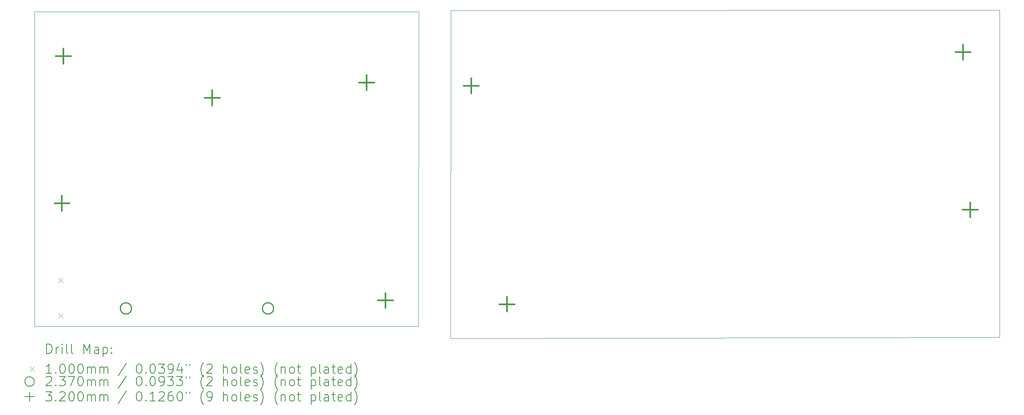
<source format=gbr>
%TF.GenerationSoftware,KiCad,Pcbnew,9.0.1*%
%TF.CreationDate,2025-04-11T16:06:49-05:00*%
%TF.ProjectId,Soundlaser,536f756e-646c-4617-9365-722e6b696361,rev?*%
%TF.SameCoordinates,Original*%
%TF.FileFunction,Drillmap*%
%TF.FilePolarity,Positive*%
%FSLAX45Y45*%
G04 Gerber Fmt 4.5, Leading zero omitted, Abs format (unit mm)*
G04 Created by KiCad (PCBNEW 9.0.1) date 2025-04-11 16:06:49*
%MOMM*%
%LPD*%
G01*
G04 APERTURE LIST*
%ADD10C,0.050000*%
%ADD11C,0.200000*%
%ADD12C,0.100000*%
%ADD13C,0.237000*%
%ADD14C,0.320000*%
G04 APERTURE END LIST*
D10*
X20985284Y-16870000D02*
X12880000Y-16870000D01*
X12880000Y-10220000D02*
X20990000Y-10220000D01*
X21667125Y-10192000D02*
X21662098Y-17125000D01*
X21662098Y-17125000D02*
X33250000Y-17095000D01*
X20990000Y-10220000D02*
X20985284Y-16870000D01*
X33250000Y-10185000D02*
X21667125Y-10192000D01*
X12880000Y-16870000D02*
X12880000Y-10220000D01*
X33250000Y-17095000D02*
X33250000Y-10185000D01*
D11*
D12*
X13380284Y-15840000D02*
X13480284Y-15940000D01*
X13480284Y-15840000D02*
X13380284Y-15940000D01*
X13380284Y-16590000D02*
X13480284Y-16690000D01*
X13480284Y-16590000D02*
X13380284Y-16690000D01*
D13*
X14928784Y-16487000D02*
G75*
G02*
X14691784Y-16487000I-118500J0D01*
G01*
X14691784Y-16487000D02*
G75*
G02*
X14928784Y-16487000I118500J0D01*
G01*
X17928784Y-16487000D02*
G75*
G02*
X17691784Y-16487000I-118500J0D01*
G01*
X17691784Y-16487000D02*
G75*
G02*
X17928784Y-16487000I118500J0D01*
G01*
D14*
X13460284Y-14110000D02*
X13460284Y-14430000D01*
X13300284Y-14270000D02*
X13620284Y-14270000D01*
X13490284Y-11000000D02*
X13490284Y-11320000D01*
X13330284Y-11160000D02*
X13650284Y-11160000D01*
X16630284Y-11880000D02*
X16630284Y-12200000D01*
X16470284Y-12040000D02*
X16790284Y-12040000D01*
X19890284Y-11560000D02*
X19890284Y-11880000D01*
X19730284Y-11720000D02*
X20050284Y-11720000D01*
X20290284Y-16160000D02*
X20290284Y-16480000D01*
X20130284Y-16320000D02*
X20450284Y-16320000D01*
X22102125Y-11627000D02*
X22102125Y-11947000D01*
X21942125Y-11787000D02*
X22262125Y-11787000D01*
X22852125Y-16237000D02*
X22852125Y-16557000D01*
X22692125Y-16397000D02*
X23012125Y-16397000D01*
X32482125Y-10917000D02*
X32482125Y-11237000D01*
X32322125Y-11077000D02*
X32642125Y-11077000D01*
X32632125Y-14247000D02*
X32632125Y-14567000D01*
X32472125Y-14407000D02*
X32792125Y-14407000D01*
D11*
X13138277Y-17438984D02*
X13138277Y-17238984D01*
X13138277Y-17238984D02*
X13185896Y-17238984D01*
X13185896Y-17238984D02*
X13214467Y-17248508D01*
X13214467Y-17248508D02*
X13233515Y-17267555D01*
X13233515Y-17267555D02*
X13243039Y-17286603D01*
X13243039Y-17286603D02*
X13252562Y-17324698D01*
X13252562Y-17324698D02*
X13252562Y-17353270D01*
X13252562Y-17353270D02*
X13243039Y-17391365D01*
X13243039Y-17391365D02*
X13233515Y-17410412D01*
X13233515Y-17410412D02*
X13214467Y-17429460D01*
X13214467Y-17429460D02*
X13185896Y-17438984D01*
X13185896Y-17438984D02*
X13138277Y-17438984D01*
X13338277Y-17438984D02*
X13338277Y-17305650D01*
X13338277Y-17343746D02*
X13347801Y-17324698D01*
X13347801Y-17324698D02*
X13357324Y-17315174D01*
X13357324Y-17315174D02*
X13376372Y-17305650D01*
X13376372Y-17305650D02*
X13395420Y-17305650D01*
X13462086Y-17438984D02*
X13462086Y-17305650D01*
X13462086Y-17238984D02*
X13452562Y-17248508D01*
X13452562Y-17248508D02*
X13462086Y-17258031D01*
X13462086Y-17258031D02*
X13471610Y-17248508D01*
X13471610Y-17248508D02*
X13462086Y-17238984D01*
X13462086Y-17238984D02*
X13462086Y-17258031D01*
X13585896Y-17438984D02*
X13566848Y-17429460D01*
X13566848Y-17429460D02*
X13557324Y-17410412D01*
X13557324Y-17410412D02*
X13557324Y-17238984D01*
X13690658Y-17438984D02*
X13671610Y-17429460D01*
X13671610Y-17429460D02*
X13662086Y-17410412D01*
X13662086Y-17410412D02*
X13662086Y-17238984D01*
X13919229Y-17438984D02*
X13919229Y-17238984D01*
X13919229Y-17238984D02*
X13985896Y-17381841D01*
X13985896Y-17381841D02*
X14052562Y-17238984D01*
X14052562Y-17238984D02*
X14052562Y-17438984D01*
X14233515Y-17438984D02*
X14233515Y-17334222D01*
X14233515Y-17334222D02*
X14223991Y-17315174D01*
X14223991Y-17315174D02*
X14204943Y-17305650D01*
X14204943Y-17305650D02*
X14166848Y-17305650D01*
X14166848Y-17305650D02*
X14147801Y-17315174D01*
X14233515Y-17429460D02*
X14214467Y-17438984D01*
X14214467Y-17438984D02*
X14166848Y-17438984D01*
X14166848Y-17438984D02*
X14147801Y-17429460D01*
X14147801Y-17429460D02*
X14138277Y-17410412D01*
X14138277Y-17410412D02*
X14138277Y-17391365D01*
X14138277Y-17391365D02*
X14147801Y-17372317D01*
X14147801Y-17372317D02*
X14166848Y-17362793D01*
X14166848Y-17362793D02*
X14214467Y-17362793D01*
X14214467Y-17362793D02*
X14233515Y-17353270D01*
X14328753Y-17305650D02*
X14328753Y-17505650D01*
X14328753Y-17315174D02*
X14347801Y-17305650D01*
X14347801Y-17305650D02*
X14385896Y-17305650D01*
X14385896Y-17305650D02*
X14404943Y-17315174D01*
X14404943Y-17315174D02*
X14414467Y-17324698D01*
X14414467Y-17324698D02*
X14423991Y-17343746D01*
X14423991Y-17343746D02*
X14423991Y-17400889D01*
X14423991Y-17400889D02*
X14414467Y-17419936D01*
X14414467Y-17419936D02*
X14404943Y-17429460D01*
X14404943Y-17429460D02*
X14385896Y-17438984D01*
X14385896Y-17438984D02*
X14347801Y-17438984D01*
X14347801Y-17438984D02*
X14328753Y-17429460D01*
X14509705Y-17419936D02*
X14519229Y-17429460D01*
X14519229Y-17429460D02*
X14509705Y-17438984D01*
X14509705Y-17438984D02*
X14500182Y-17429460D01*
X14500182Y-17429460D02*
X14509705Y-17419936D01*
X14509705Y-17419936D02*
X14509705Y-17438984D01*
X14509705Y-17315174D02*
X14519229Y-17324698D01*
X14519229Y-17324698D02*
X14509705Y-17334222D01*
X14509705Y-17334222D02*
X14500182Y-17324698D01*
X14500182Y-17324698D02*
X14509705Y-17315174D01*
X14509705Y-17315174D02*
X14509705Y-17334222D01*
D12*
X12777500Y-17717500D02*
X12877500Y-17817500D01*
X12877500Y-17717500D02*
X12777500Y-17817500D01*
D11*
X13243039Y-17858984D02*
X13128753Y-17858984D01*
X13185896Y-17858984D02*
X13185896Y-17658984D01*
X13185896Y-17658984D02*
X13166848Y-17687555D01*
X13166848Y-17687555D02*
X13147801Y-17706603D01*
X13147801Y-17706603D02*
X13128753Y-17716127D01*
X13328753Y-17839936D02*
X13338277Y-17849460D01*
X13338277Y-17849460D02*
X13328753Y-17858984D01*
X13328753Y-17858984D02*
X13319229Y-17849460D01*
X13319229Y-17849460D02*
X13328753Y-17839936D01*
X13328753Y-17839936D02*
X13328753Y-17858984D01*
X13462086Y-17658984D02*
X13481134Y-17658984D01*
X13481134Y-17658984D02*
X13500182Y-17668508D01*
X13500182Y-17668508D02*
X13509705Y-17678031D01*
X13509705Y-17678031D02*
X13519229Y-17697079D01*
X13519229Y-17697079D02*
X13528753Y-17735174D01*
X13528753Y-17735174D02*
X13528753Y-17782793D01*
X13528753Y-17782793D02*
X13519229Y-17820889D01*
X13519229Y-17820889D02*
X13509705Y-17839936D01*
X13509705Y-17839936D02*
X13500182Y-17849460D01*
X13500182Y-17849460D02*
X13481134Y-17858984D01*
X13481134Y-17858984D02*
X13462086Y-17858984D01*
X13462086Y-17858984D02*
X13443039Y-17849460D01*
X13443039Y-17849460D02*
X13433515Y-17839936D01*
X13433515Y-17839936D02*
X13423991Y-17820889D01*
X13423991Y-17820889D02*
X13414467Y-17782793D01*
X13414467Y-17782793D02*
X13414467Y-17735174D01*
X13414467Y-17735174D02*
X13423991Y-17697079D01*
X13423991Y-17697079D02*
X13433515Y-17678031D01*
X13433515Y-17678031D02*
X13443039Y-17668508D01*
X13443039Y-17668508D02*
X13462086Y-17658984D01*
X13652562Y-17658984D02*
X13671610Y-17658984D01*
X13671610Y-17658984D02*
X13690658Y-17668508D01*
X13690658Y-17668508D02*
X13700182Y-17678031D01*
X13700182Y-17678031D02*
X13709705Y-17697079D01*
X13709705Y-17697079D02*
X13719229Y-17735174D01*
X13719229Y-17735174D02*
X13719229Y-17782793D01*
X13719229Y-17782793D02*
X13709705Y-17820889D01*
X13709705Y-17820889D02*
X13700182Y-17839936D01*
X13700182Y-17839936D02*
X13690658Y-17849460D01*
X13690658Y-17849460D02*
X13671610Y-17858984D01*
X13671610Y-17858984D02*
X13652562Y-17858984D01*
X13652562Y-17858984D02*
X13633515Y-17849460D01*
X13633515Y-17849460D02*
X13623991Y-17839936D01*
X13623991Y-17839936D02*
X13614467Y-17820889D01*
X13614467Y-17820889D02*
X13604943Y-17782793D01*
X13604943Y-17782793D02*
X13604943Y-17735174D01*
X13604943Y-17735174D02*
X13614467Y-17697079D01*
X13614467Y-17697079D02*
X13623991Y-17678031D01*
X13623991Y-17678031D02*
X13633515Y-17668508D01*
X13633515Y-17668508D02*
X13652562Y-17658984D01*
X13843039Y-17658984D02*
X13862086Y-17658984D01*
X13862086Y-17658984D02*
X13881134Y-17668508D01*
X13881134Y-17668508D02*
X13890658Y-17678031D01*
X13890658Y-17678031D02*
X13900182Y-17697079D01*
X13900182Y-17697079D02*
X13909705Y-17735174D01*
X13909705Y-17735174D02*
X13909705Y-17782793D01*
X13909705Y-17782793D02*
X13900182Y-17820889D01*
X13900182Y-17820889D02*
X13890658Y-17839936D01*
X13890658Y-17839936D02*
X13881134Y-17849460D01*
X13881134Y-17849460D02*
X13862086Y-17858984D01*
X13862086Y-17858984D02*
X13843039Y-17858984D01*
X13843039Y-17858984D02*
X13823991Y-17849460D01*
X13823991Y-17849460D02*
X13814467Y-17839936D01*
X13814467Y-17839936D02*
X13804943Y-17820889D01*
X13804943Y-17820889D02*
X13795420Y-17782793D01*
X13795420Y-17782793D02*
X13795420Y-17735174D01*
X13795420Y-17735174D02*
X13804943Y-17697079D01*
X13804943Y-17697079D02*
X13814467Y-17678031D01*
X13814467Y-17678031D02*
X13823991Y-17668508D01*
X13823991Y-17668508D02*
X13843039Y-17658984D01*
X13995420Y-17858984D02*
X13995420Y-17725650D01*
X13995420Y-17744698D02*
X14004943Y-17735174D01*
X14004943Y-17735174D02*
X14023991Y-17725650D01*
X14023991Y-17725650D02*
X14052563Y-17725650D01*
X14052563Y-17725650D02*
X14071610Y-17735174D01*
X14071610Y-17735174D02*
X14081134Y-17754222D01*
X14081134Y-17754222D02*
X14081134Y-17858984D01*
X14081134Y-17754222D02*
X14090658Y-17735174D01*
X14090658Y-17735174D02*
X14109705Y-17725650D01*
X14109705Y-17725650D02*
X14138277Y-17725650D01*
X14138277Y-17725650D02*
X14157324Y-17735174D01*
X14157324Y-17735174D02*
X14166848Y-17754222D01*
X14166848Y-17754222D02*
X14166848Y-17858984D01*
X14262086Y-17858984D02*
X14262086Y-17725650D01*
X14262086Y-17744698D02*
X14271610Y-17735174D01*
X14271610Y-17735174D02*
X14290658Y-17725650D01*
X14290658Y-17725650D02*
X14319229Y-17725650D01*
X14319229Y-17725650D02*
X14338277Y-17735174D01*
X14338277Y-17735174D02*
X14347801Y-17754222D01*
X14347801Y-17754222D02*
X14347801Y-17858984D01*
X14347801Y-17754222D02*
X14357324Y-17735174D01*
X14357324Y-17735174D02*
X14376372Y-17725650D01*
X14376372Y-17725650D02*
X14404943Y-17725650D01*
X14404943Y-17725650D02*
X14423991Y-17735174D01*
X14423991Y-17735174D02*
X14433515Y-17754222D01*
X14433515Y-17754222D02*
X14433515Y-17858984D01*
X14823991Y-17649460D02*
X14652563Y-17906603D01*
X15081134Y-17658984D02*
X15100182Y-17658984D01*
X15100182Y-17658984D02*
X15119229Y-17668508D01*
X15119229Y-17668508D02*
X15128753Y-17678031D01*
X15128753Y-17678031D02*
X15138277Y-17697079D01*
X15138277Y-17697079D02*
X15147801Y-17735174D01*
X15147801Y-17735174D02*
X15147801Y-17782793D01*
X15147801Y-17782793D02*
X15138277Y-17820889D01*
X15138277Y-17820889D02*
X15128753Y-17839936D01*
X15128753Y-17839936D02*
X15119229Y-17849460D01*
X15119229Y-17849460D02*
X15100182Y-17858984D01*
X15100182Y-17858984D02*
X15081134Y-17858984D01*
X15081134Y-17858984D02*
X15062086Y-17849460D01*
X15062086Y-17849460D02*
X15052563Y-17839936D01*
X15052563Y-17839936D02*
X15043039Y-17820889D01*
X15043039Y-17820889D02*
X15033515Y-17782793D01*
X15033515Y-17782793D02*
X15033515Y-17735174D01*
X15033515Y-17735174D02*
X15043039Y-17697079D01*
X15043039Y-17697079D02*
X15052563Y-17678031D01*
X15052563Y-17678031D02*
X15062086Y-17668508D01*
X15062086Y-17668508D02*
X15081134Y-17658984D01*
X15233515Y-17839936D02*
X15243039Y-17849460D01*
X15243039Y-17849460D02*
X15233515Y-17858984D01*
X15233515Y-17858984D02*
X15223991Y-17849460D01*
X15223991Y-17849460D02*
X15233515Y-17839936D01*
X15233515Y-17839936D02*
X15233515Y-17858984D01*
X15366848Y-17658984D02*
X15385896Y-17658984D01*
X15385896Y-17658984D02*
X15404944Y-17668508D01*
X15404944Y-17668508D02*
X15414467Y-17678031D01*
X15414467Y-17678031D02*
X15423991Y-17697079D01*
X15423991Y-17697079D02*
X15433515Y-17735174D01*
X15433515Y-17735174D02*
X15433515Y-17782793D01*
X15433515Y-17782793D02*
X15423991Y-17820889D01*
X15423991Y-17820889D02*
X15414467Y-17839936D01*
X15414467Y-17839936D02*
X15404944Y-17849460D01*
X15404944Y-17849460D02*
X15385896Y-17858984D01*
X15385896Y-17858984D02*
X15366848Y-17858984D01*
X15366848Y-17858984D02*
X15347801Y-17849460D01*
X15347801Y-17849460D02*
X15338277Y-17839936D01*
X15338277Y-17839936D02*
X15328753Y-17820889D01*
X15328753Y-17820889D02*
X15319229Y-17782793D01*
X15319229Y-17782793D02*
X15319229Y-17735174D01*
X15319229Y-17735174D02*
X15328753Y-17697079D01*
X15328753Y-17697079D02*
X15338277Y-17678031D01*
X15338277Y-17678031D02*
X15347801Y-17668508D01*
X15347801Y-17668508D02*
X15366848Y-17658984D01*
X15500182Y-17658984D02*
X15623991Y-17658984D01*
X15623991Y-17658984D02*
X15557325Y-17735174D01*
X15557325Y-17735174D02*
X15585896Y-17735174D01*
X15585896Y-17735174D02*
X15604944Y-17744698D01*
X15604944Y-17744698D02*
X15614467Y-17754222D01*
X15614467Y-17754222D02*
X15623991Y-17773270D01*
X15623991Y-17773270D02*
X15623991Y-17820889D01*
X15623991Y-17820889D02*
X15614467Y-17839936D01*
X15614467Y-17839936D02*
X15604944Y-17849460D01*
X15604944Y-17849460D02*
X15585896Y-17858984D01*
X15585896Y-17858984D02*
X15528753Y-17858984D01*
X15528753Y-17858984D02*
X15509706Y-17849460D01*
X15509706Y-17849460D02*
X15500182Y-17839936D01*
X15719229Y-17858984D02*
X15757325Y-17858984D01*
X15757325Y-17858984D02*
X15776372Y-17849460D01*
X15776372Y-17849460D02*
X15785896Y-17839936D01*
X15785896Y-17839936D02*
X15804944Y-17811365D01*
X15804944Y-17811365D02*
X15814467Y-17773270D01*
X15814467Y-17773270D02*
X15814467Y-17697079D01*
X15814467Y-17697079D02*
X15804944Y-17678031D01*
X15804944Y-17678031D02*
X15795420Y-17668508D01*
X15795420Y-17668508D02*
X15776372Y-17658984D01*
X15776372Y-17658984D02*
X15738277Y-17658984D01*
X15738277Y-17658984D02*
X15719229Y-17668508D01*
X15719229Y-17668508D02*
X15709706Y-17678031D01*
X15709706Y-17678031D02*
X15700182Y-17697079D01*
X15700182Y-17697079D02*
X15700182Y-17744698D01*
X15700182Y-17744698D02*
X15709706Y-17763746D01*
X15709706Y-17763746D02*
X15719229Y-17773270D01*
X15719229Y-17773270D02*
X15738277Y-17782793D01*
X15738277Y-17782793D02*
X15776372Y-17782793D01*
X15776372Y-17782793D02*
X15795420Y-17773270D01*
X15795420Y-17773270D02*
X15804944Y-17763746D01*
X15804944Y-17763746D02*
X15814467Y-17744698D01*
X15985896Y-17725650D02*
X15985896Y-17858984D01*
X15938277Y-17649460D02*
X15890658Y-17792317D01*
X15890658Y-17792317D02*
X16014467Y-17792317D01*
X16081134Y-17658984D02*
X16081134Y-17697079D01*
X16157325Y-17658984D02*
X16157325Y-17697079D01*
X16452563Y-17935174D02*
X16443039Y-17925650D01*
X16443039Y-17925650D02*
X16423991Y-17897079D01*
X16423991Y-17897079D02*
X16414468Y-17878031D01*
X16414468Y-17878031D02*
X16404944Y-17849460D01*
X16404944Y-17849460D02*
X16395420Y-17801841D01*
X16395420Y-17801841D02*
X16395420Y-17763746D01*
X16395420Y-17763746D02*
X16404944Y-17716127D01*
X16404944Y-17716127D02*
X16414468Y-17687555D01*
X16414468Y-17687555D02*
X16423991Y-17668508D01*
X16423991Y-17668508D02*
X16443039Y-17639936D01*
X16443039Y-17639936D02*
X16452563Y-17630412D01*
X16519229Y-17678031D02*
X16528753Y-17668508D01*
X16528753Y-17668508D02*
X16547801Y-17658984D01*
X16547801Y-17658984D02*
X16595420Y-17658984D01*
X16595420Y-17658984D02*
X16614468Y-17668508D01*
X16614468Y-17668508D02*
X16623991Y-17678031D01*
X16623991Y-17678031D02*
X16633515Y-17697079D01*
X16633515Y-17697079D02*
X16633515Y-17716127D01*
X16633515Y-17716127D02*
X16623991Y-17744698D01*
X16623991Y-17744698D02*
X16509706Y-17858984D01*
X16509706Y-17858984D02*
X16633515Y-17858984D01*
X16871611Y-17858984D02*
X16871611Y-17658984D01*
X16957325Y-17858984D02*
X16957325Y-17754222D01*
X16957325Y-17754222D02*
X16947801Y-17735174D01*
X16947801Y-17735174D02*
X16928753Y-17725650D01*
X16928753Y-17725650D02*
X16900182Y-17725650D01*
X16900182Y-17725650D02*
X16881134Y-17735174D01*
X16881134Y-17735174D02*
X16871611Y-17744698D01*
X17081134Y-17858984D02*
X17062087Y-17849460D01*
X17062087Y-17849460D02*
X17052563Y-17839936D01*
X17052563Y-17839936D02*
X17043039Y-17820889D01*
X17043039Y-17820889D02*
X17043039Y-17763746D01*
X17043039Y-17763746D02*
X17052563Y-17744698D01*
X17052563Y-17744698D02*
X17062087Y-17735174D01*
X17062087Y-17735174D02*
X17081134Y-17725650D01*
X17081134Y-17725650D02*
X17109706Y-17725650D01*
X17109706Y-17725650D02*
X17128753Y-17735174D01*
X17128753Y-17735174D02*
X17138277Y-17744698D01*
X17138277Y-17744698D02*
X17147801Y-17763746D01*
X17147801Y-17763746D02*
X17147801Y-17820889D01*
X17147801Y-17820889D02*
X17138277Y-17839936D01*
X17138277Y-17839936D02*
X17128753Y-17849460D01*
X17128753Y-17849460D02*
X17109706Y-17858984D01*
X17109706Y-17858984D02*
X17081134Y-17858984D01*
X17262087Y-17858984D02*
X17243039Y-17849460D01*
X17243039Y-17849460D02*
X17233515Y-17830412D01*
X17233515Y-17830412D02*
X17233515Y-17658984D01*
X17414468Y-17849460D02*
X17395420Y-17858984D01*
X17395420Y-17858984D02*
X17357325Y-17858984D01*
X17357325Y-17858984D02*
X17338277Y-17849460D01*
X17338277Y-17849460D02*
X17328753Y-17830412D01*
X17328753Y-17830412D02*
X17328753Y-17754222D01*
X17328753Y-17754222D02*
X17338277Y-17735174D01*
X17338277Y-17735174D02*
X17357325Y-17725650D01*
X17357325Y-17725650D02*
X17395420Y-17725650D01*
X17395420Y-17725650D02*
X17414468Y-17735174D01*
X17414468Y-17735174D02*
X17423992Y-17754222D01*
X17423992Y-17754222D02*
X17423992Y-17773270D01*
X17423992Y-17773270D02*
X17328753Y-17792317D01*
X17500182Y-17849460D02*
X17519230Y-17858984D01*
X17519230Y-17858984D02*
X17557325Y-17858984D01*
X17557325Y-17858984D02*
X17576373Y-17849460D01*
X17576373Y-17849460D02*
X17585896Y-17830412D01*
X17585896Y-17830412D02*
X17585896Y-17820889D01*
X17585896Y-17820889D02*
X17576373Y-17801841D01*
X17576373Y-17801841D02*
X17557325Y-17792317D01*
X17557325Y-17792317D02*
X17528753Y-17792317D01*
X17528753Y-17792317D02*
X17509706Y-17782793D01*
X17509706Y-17782793D02*
X17500182Y-17763746D01*
X17500182Y-17763746D02*
X17500182Y-17754222D01*
X17500182Y-17754222D02*
X17509706Y-17735174D01*
X17509706Y-17735174D02*
X17528753Y-17725650D01*
X17528753Y-17725650D02*
X17557325Y-17725650D01*
X17557325Y-17725650D02*
X17576373Y-17735174D01*
X17652563Y-17935174D02*
X17662087Y-17925650D01*
X17662087Y-17925650D02*
X17681134Y-17897079D01*
X17681134Y-17897079D02*
X17690658Y-17878031D01*
X17690658Y-17878031D02*
X17700182Y-17849460D01*
X17700182Y-17849460D02*
X17709706Y-17801841D01*
X17709706Y-17801841D02*
X17709706Y-17763746D01*
X17709706Y-17763746D02*
X17700182Y-17716127D01*
X17700182Y-17716127D02*
X17690658Y-17687555D01*
X17690658Y-17687555D02*
X17681134Y-17668508D01*
X17681134Y-17668508D02*
X17662087Y-17639936D01*
X17662087Y-17639936D02*
X17652563Y-17630412D01*
X18014468Y-17935174D02*
X18004944Y-17925650D01*
X18004944Y-17925650D02*
X17985896Y-17897079D01*
X17985896Y-17897079D02*
X17976373Y-17878031D01*
X17976373Y-17878031D02*
X17966849Y-17849460D01*
X17966849Y-17849460D02*
X17957325Y-17801841D01*
X17957325Y-17801841D02*
X17957325Y-17763746D01*
X17957325Y-17763746D02*
X17966849Y-17716127D01*
X17966849Y-17716127D02*
X17976373Y-17687555D01*
X17976373Y-17687555D02*
X17985896Y-17668508D01*
X17985896Y-17668508D02*
X18004944Y-17639936D01*
X18004944Y-17639936D02*
X18014468Y-17630412D01*
X18090658Y-17725650D02*
X18090658Y-17858984D01*
X18090658Y-17744698D02*
X18100182Y-17735174D01*
X18100182Y-17735174D02*
X18119230Y-17725650D01*
X18119230Y-17725650D02*
X18147801Y-17725650D01*
X18147801Y-17725650D02*
X18166849Y-17735174D01*
X18166849Y-17735174D02*
X18176373Y-17754222D01*
X18176373Y-17754222D02*
X18176373Y-17858984D01*
X18300182Y-17858984D02*
X18281134Y-17849460D01*
X18281134Y-17849460D02*
X18271611Y-17839936D01*
X18271611Y-17839936D02*
X18262087Y-17820889D01*
X18262087Y-17820889D02*
X18262087Y-17763746D01*
X18262087Y-17763746D02*
X18271611Y-17744698D01*
X18271611Y-17744698D02*
X18281134Y-17735174D01*
X18281134Y-17735174D02*
X18300182Y-17725650D01*
X18300182Y-17725650D02*
X18328754Y-17725650D01*
X18328754Y-17725650D02*
X18347801Y-17735174D01*
X18347801Y-17735174D02*
X18357325Y-17744698D01*
X18357325Y-17744698D02*
X18366849Y-17763746D01*
X18366849Y-17763746D02*
X18366849Y-17820889D01*
X18366849Y-17820889D02*
X18357325Y-17839936D01*
X18357325Y-17839936D02*
X18347801Y-17849460D01*
X18347801Y-17849460D02*
X18328754Y-17858984D01*
X18328754Y-17858984D02*
X18300182Y-17858984D01*
X18423992Y-17725650D02*
X18500182Y-17725650D01*
X18452563Y-17658984D02*
X18452563Y-17830412D01*
X18452563Y-17830412D02*
X18462087Y-17849460D01*
X18462087Y-17849460D02*
X18481134Y-17858984D01*
X18481134Y-17858984D02*
X18500182Y-17858984D01*
X18719230Y-17725650D02*
X18719230Y-17925650D01*
X18719230Y-17735174D02*
X18738277Y-17725650D01*
X18738277Y-17725650D02*
X18776373Y-17725650D01*
X18776373Y-17725650D02*
X18795420Y-17735174D01*
X18795420Y-17735174D02*
X18804944Y-17744698D01*
X18804944Y-17744698D02*
X18814468Y-17763746D01*
X18814468Y-17763746D02*
X18814468Y-17820889D01*
X18814468Y-17820889D02*
X18804944Y-17839936D01*
X18804944Y-17839936D02*
X18795420Y-17849460D01*
X18795420Y-17849460D02*
X18776373Y-17858984D01*
X18776373Y-17858984D02*
X18738277Y-17858984D01*
X18738277Y-17858984D02*
X18719230Y-17849460D01*
X18928754Y-17858984D02*
X18909706Y-17849460D01*
X18909706Y-17849460D02*
X18900182Y-17830412D01*
X18900182Y-17830412D02*
X18900182Y-17658984D01*
X19090658Y-17858984D02*
X19090658Y-17754222D01*
X19090658Y-17754222D02*
X19081135Y-17735174D01*
X19081135Y-17735174D02*
X19062087Y-17725650D01*
X19062087Y-17725650D02*
X19023992Y-17725650D01*
X19023992Y-17725650D02*
X19004944Y-17735174D01*
X19090658Y-17849460D02*
X19071611Y-17858984D01*
X19071611Y-17858984D02*
X19023992Y-17858984D01*
X19023992Y-17858984D02*
X19004944Y-17849460D01*
X19004944Y-17849460D02*
X18995420Y-17830412D01*
X18995420Y-17830412D02*
X18995420Y-17811365D01*
X18995420Y-17811365D02*
X19004944Y-17792317D01*
X19004944Y-17792317D02*
X19023992Y-17782793D01*
X19023992Y-17782793D02*
X19071611Y-17782793D01*
X19071611Y-17782793D02*
X19090658Y-17773270D01*
X19157325Y-17725650D02*
X19233515Y-17725650D01*
X19185896Y-17658984D02*
X19185896Y-17830412D01*
X19185896Y-17830412D02*
X19195420Y-17849460D01*
X19195420Y-17849460D02*
X19214468Y-17858984D01*
X19214468Y-17858984D02*
X19233515Y-17858984D01*
X19376373Y-17849460D02*
X19357325Y-17858984D01*
X19357325Y-17858984D02*
X19319230Y-17858984D01*
X19319230Y-17858984D02*
X19300182Y-17849460D01*
X19300182Y-17849460D02*
X19290658Y-17830412D01*
X19290658Y-17830412D02*
X19290658Y-17754222D01*
X19290658Y-17754222D02*
X19300182Y-17735174D01*
X19300182Y-17735174D02*
X19319230Y-17725650D01*
X19319230Y-17725650D02*
X19357325Y-17725650D01*
X19357325Y-17725650D02*
X19376373Y-17735174D01*
X19376373Y-17735174D02*
X19385896Y-17754222D01*
X19385896Y-17754222D02*
X19385896Y-17773270D01*
X19385896Y-17773270D02*
X19290658Y-17792317D01*
X19557325Y-17858984D02*
X19557325Y-17658984D01*
X19557325Y-17849460D02*
X19538277Y-17858984D01*
X19538277Y-17858984D02*
X19500182Y-17858984D01*
X19500182Y-17858984D02*
X19481135Y-17849460D01*
X19481135Y-17849460D02*
X19471611Y-17839936D01*
X19471611Y-17839936D02*
X19462087Y-17820889D01*
X19462087Y-17820889D02*
X19462087Y-17763746D01*
X19462087Y-17763746D02*
X19471611Y-17744698D01*
X19471611Y-17744698D02*
X19481135Y-17735174D01*
X19481135Y-17735174D02*
X19500182Y-17725650D01*
X19500182Y-17725650D02*
X19538277Y-17725650D01*
X19538277Y-17725650D02*
X19557325Y-17735174D01*
X19633516Y-17935174D02*
X19643039Y-17925650D01*
X19643039Y-17925650D02*
X19662087Y-17897079D01*
X19662087Y-17897079D02*
X19671611Y-17878031D01*
X19671611Y-17878031D02*
X19681135Y-17849460D01*
X19681135Y-17849460D02*
X19690658Y-17801841D01*
X19690658Y-17801841D02*
X19690658Y-17763746D01*
X19690658Y-17763746D02*
X19681135Y-17716127D01*
X19681135Y-17716127D02*
X19671611Y-17687555D01*
X19671611Y-17687555D02*
X19662087Y-17668508D01*
X19662087Y-17668508D02*
X19643039Y-17639936D01*
X19643039Y-17639936D02*
X19633516Y-17630412D01*
X12877500Y-18031500D02*
G75*
G02*
X12677500Y-18031500I-100000J0D01*
G01*
X12677500Y-18031500D02*
G75*
G02*
X12877500Y-18031500I100000J0D01*
G01*
X13128753Y-17942031D02*
X13138277Y-17932508D01*
X13138277Y-17932508D02*
X13157324Y-17922984D01*
X13157324Y-17922984D02*
X13204943Y-17922984D01*
X13204943Y-17922984D02*
X13223991Y-17932508D01*
X13223991Y-17932508D02*
X13233515Y-17942031D01*
X13233515Y-17942031D02*
X13243039Y-17961079D01*
X13243039Y-17961079D02*
X13243039Y-17980127D01*
X13243039Y-17980127D02*
X13233515Y-18008698D01*
X13233515Y-18008698D02*
X13119229Y-18122984D01*
X13119229Y-18122984D02*
X13243039Y-18122984D01*
X13328753Y-18103936D02*
X13338277Y-18113460D01*
X13338277Y-18113460D02*
X13328753Y-18122984D01*
X13328753Y-18122984D02*
X13319229Y-18113460D01*
X13319229Y-18113460D02*
X13328753Y-18103936D01*
X13328753Y-18103936D02*
X13328753Y-18122984D01*
X13404943Y-17922984D02*
X13528753Y-17922984D01*
X13528753Y-17922984D02*
X13462086Y-17999174D01*
X13462086Y-17999174D02*
X13490658Y-17999174D01*
X13490658Y-17999174D02*
X13509705Y-18008698D01*
X13509705Y-18008698D02*
X13519229Y-18018222D01*
X13519229Y-18018222D02*
X13528753Y-18037270D01*
X13528753Y-18037270D02*
X13528753Y-18084889D01*
X13528753Y-18084889D02*
X13519229Y-18103936D01*
X13519229Y-18103936D02*
X13509705Y-18113460D01*
X13509705Y-18113460D02*
X13490658Y-18122984D01*
X13490658Y-18122984D02*
X13433515Y-18122984D01*
X13433515Y-18122984D02*
X13414467Y-18113460D01*
X13414467Y-18113460D02*
X13404943Y-18103936D01*
X13595420Y-17922984D02*
X13728753Y-17922984D01*
X13728753Y-17922984D02*
X13643039Y-18122984D01*
X13843039Y-17922984D02*
X13862086Y-17922984D01*
X13862086Y-17922984D02*
X13881134Y-17932508D01*
X13881134Y-17932508D02*
X13890658Y-17942031D01*
X13890658Y-17942031D02*
X13900182Y-17961079D01*
X13900182Y-17961079D02*
X13909705Y-17999174D01*
X13909705Y-17999174D02*
X13909705Y-18046793D01*
X13909705Y-18046793D02*
X13900182Y-18084889D01*
X13900182Y-18084889D02*
X13890658Y-18103936D01*
X13890658Y-18103936D02*
X13881134Y-18113460D01*
X13881134Y-18113460D02*
X13862086Y-18122984D01*
X13862086Y-18122984D02*
X13843039Y-18122984D01*
X13843039Y-18122984D02*
X13823991Y-18113460D01*
X13823991Y-18113460D02*
X13814467Y-18103936D01*
X13814467Y-18103936D02*
X13804943Y-18084889D01*
X13804943Y-18084889D02*
X13795420Y-18046793D01*
X13795420Y-18046793D02*
X13795420Y-17999174D01*
X13795420Y-17999174D02*
X13804943Y-17961079D01*
X13804943Y-17961079D02*
X13814467Y-17942031D01*
X13814467Y-17942031D02*
X13823991Y-17932508D01*
X13823991Y-17932508D02*
X13843039Y-17922984D01*
X13995420Y-18122984D02*
X13995420Y-17989650D01*
X13995420Y-18008698D02*
X14004943Y-17999174D01*
X14004943Y-17999174D02*
X14023991Y-17989650D01*
X14023991Y-17989650D02*
X14052563Y-17989650D01*
X14052563Y-17989650D02*
X14071610Y-17999174D01*
X14071610Y-17999174D02*
X14081134Y-18018222D01*
X14081134Y-18018222D02*
X14081134Y-18122984D01*
X14081134Y-18018222D02*
X14090658Y-17999174D01*
X14090658Y-17999174D02*
X14109705Y-17989650D01*
X14109705Y-17989650D02*
X14138277Y-17989650D01*
X14138277Y-17989650D02*
X14157324Y-17999174D01*
X14157324Y-17999174D02*
X14166848Y-18018222D01*
X14166848Y-18018222D02*
X14166848Y-18122984D01*
X14262086Y-18122984D02*
X14262086Y-17989650D01*
X14262086Y-18008698D02*
X14271610Y-17999174D01*
X14271610Y-17999174D02*
X14290658Y-17989650D01*
X14290658Y-17989650D02*
X14319229Y-17989650D01*
X14319229Y-17989650D02*
X14338277Y-17999174D01*
X14338277Y-17999174D02*
X14347801Y-18018222D01*
X14347801Y-18018222D02*
X14347801Y-18122984D01*
X14347801Y-18018222D02*
X14357324Y-17999174D01*
X14357324Y-17999174D02*
X14376372Y-17989650D01*
X14376372Y-17989650D02*
X14404943Y-17989650D01*
X14404943Y-17989650D02*
X14423991Y-17999174D01*
X14423991Y-17999174D02*
X14433515Y-18018222D01*
X14433515Y-18018222D02*
X14433515Y-18122984D01*
X14823991Y-17913460D02*
X14652563Y-18170603D01*
X15081134Y-17922984D02*
X15100182Y-17922984D01*
X15100182Y-17922984D02*
X15119229Y-17932508D01*
X15119229Y-17932508D02*
X15128753Y-17942031D01*
X15128753Y-17942031D02*
X15138277Y-17961079D01*
X15138277Y-17961079D02*
X15147801Y-17999174D01*
X15147801Y-17999174D02*
X15147801Y-18046793D01*
X15147801Y-18046793D02*
X15138277Y-18084889D01*
X15138277Y-18084889D02*
X15128753Y-18103936D01*
X15128753Y-18103936D02*
X15119229Y-18113460D01*
X15119229Y-18113460D02*
X15100182Y-18122984D01*
X15100182Y-18122984D02*
X15081134Y-18122984D01*
X15081134Y-18122984D02*
X15062086Y-18113460D01*
X15062086Y-18113460D02*
X15052563Y-18103936D01*
X15052563Y-18103936D02*
X15043039Y-18084889D01*
X15043039Y-18084889D02*
X15033515Y-18046793D01*
X15033515Y-18046793D02*
X15033515Y-17999174D01*
X15033515Y-17999174D02*
X15043039Y-17961079D01*
X15043039Y-17961079D02*
X15052563Y-17942031D01*
X15052563Y-17942031D02*
X15062086Y-17932508D01*
X15062086Y-17932508D02*
X15081134Y-17922984D01*
X15233515Y-18103936D02*
X15243039Y-18113460D01*
X15243039Y-18113460D02*
X15233515Y-18122984D01*
X15233515Y-18122984D02*
X15223991Y-18113460D01*
X15223991Y-18113460D02*
X15233515Y-18103936D01*
X15233515Y-18103936D02*
X15233515Y-18122984D01*
X15366848Y-17922984D02*
X15385896Y-17922984D01*
X15385896Y-17922984D02*
X15404944Y-17932508D01*
X15404944Y-17932508D02*
X15414467Y-17942031D01*
X15414467Y-17942031D02*
X15423991Y-17961079D01*
X15423991Y-17961079D02*
X15433515Y-17999174D01*
X15433515Y-17999174D02*
X15433515Y-18046793D01*
X15433515Y-18046793D02*
X15423991Y-18084889D01*
X15423991Y-18084889D02*
X15414467Y-18103936D01*
X15414467Y-18103936D02*
X15404944Y-18113460D01*
X15404944Y-18113460D02*
X15385896Y-18122984D01*
X15385896Y-18122984D02*
X15366848Y-18122984D01*
X15366848Y-18122984D02*
X15347801Y-18113460D01*
X15347801Y-18113460D02*
X15338277Y-18103936D01*
X15338277Y-18103936D02*
X15328753Y-18084889D01*
X15328753Y-18084889D02*
X15319229Y-18046793D01*
X15319229Y-18046793D02*
X15319229Y-17999174D01*
X15319229Y-17999174D02*
X15328753Y-17961079D01*
X15328753Y-17961079D02*
X15338277Y-17942031D01*
X15338277Y-17942031D02*
X15347801Y-17932508D01*
X15347801Y-17932508D02*
X15366848Y-17922984D01*
X15528753Y-18122984D02*
X15566848Y-18122984D01*
X15566848Y-18122984D02*
X15585896Y-18113460D01*
X15585896Y-18113460D02*
X15595420Y-18103936D01*
X15595420Y-18103936D02*
X15614467Y-18075365D01*
X15614467Y-18075365D02*
X15623991Y-18037270D01*
X15623991Y-18037270D02*
X15623991Y-17961079D01*
X15623991Y-17961079D02*
X15614467Y-17942031D01*
X15614467Y-17942031D02*
X15604944Y-17932508D01*
X15604944Y-17932508D02*
X15585896Y-17922984D01*
X15585896Y-17922984D02*
X15547801Y-17922984D01*
X15547801Y-17922984D02*
X15528753Y-17932508D01*
X15528753Y-17932508D02*
X15519229Y-17942031D01*
X15519229Y-17942031D02*
X15509706Y-17961079D01*
X15509706Y-17961079D02*
X15509706Y-18008698D01*
X15509706Y-18008698D02*
X15519229Y-18027746D01*
X15519229Y-18027746D02*
X15528753Y-18037270D01*
X15528753Y-18037270D02*
X15547801Y-18046793D01*
X15547801Y-18046793D02*
X15585896Y-18046793D01*
X15585896Y-18046793D02*
X15604944Y-18037270D01*
X15604944Y-18037270D02*
X15614467Y-18027746D01*
X15614467Y-18027746D02*
X15623991Y-18008698D01*
X15690658Y-17922984D02*
X15814467Y-17922984D01*
X15814467Y-17922984D02*
X15747801Y-17999174D01*
X15747801Y-17999174D02*
X15776372Y-17999174D01*
X15776372Y-17999174D02*
X15795420Y-18008698D01*
X15795420Y-18008698D02*
X15804944Y-18018222D01*
X15804944Y-18018222D02*
X15814467Y-18037270D01*
X15814467Y-18037270D02*
X15814467Y-18084889D01*
X15814467Y-18084889D02*
X15804944Y-18103936D01*
X15804944Y-18103936D02*
X15795420Y-18113460D01*
X15795420Y-18113460D02*
X15776372Y-18122984D01*
X15776372Y-18122984D02*
X15719229Y-18122984D01*
X15719229Y-18122984D02*
X15700182Y-18113460D01*
X15700182Y-18113460D02*
X15690658Y-18103936D01*
X15881134Y-17922984D02*
X16004944Y-17922984D01*
X16004944Y-17922984D02*
X15938277Y-17999174D01*
X15938277Y-17999174D02*
X15966848Y-17999174D01*
X15966848Y-17999174D02*
X15985896Y-18008698D01*
X15985896Y-18008698D02*
X15995420Y-18018222D01*
X15995420Y-18018222D02*
X16004944Y-18037270D01*
X16004944Y-18037270D02*
X16004944Y-18084889D01*
X16004944Y-18084889D02*
X15995420Y-18103936D01*
X15995420Y-18103936D02*
X15985896Y-18113460D01*
X15985896Y-18113460D02*
X15966848Y-18122984D01*
X15966848Y-18122984D02*
X15909706Y-18122984D01*
X15909706Y-18122984D02*
X15890658Y-18113460D01*
X15890658Y-18113460D02*
X15881134Y-18103936D01*
X16081134Y-17922984D02*
X16081134Y-17961079D01*
X16157325Y-17922984D02*
X16157325Y-17961079D01*
X16452563Y-18199174D02*
X16443039Y-18189650D01*
X16443039Y-18189650D02*
X16423991Y-18161079D01*
X16423991Y-18161079D02*
X16414468Y-18142031D01*
X16414468Y-18142031D02*
X16404944Y-18113460D01*
X16404944Y-18113460D02*
X16395420Y-18065841D01*
X16395420Y-18065841D02*
X16395420Y-18027746D01*
X16395420Y-18027746D02*
X16404944Y-17980127D01*
X16404944Y-17980127D02*
X16414468Y-17951555D01*
X16414468Y-17951555D02*
X16423991Y-17932508D01*
X16423991Y-17932508D02*
X16443039Y-17903936D01*
X16443039Y-17903936D02*
X16452563Y-17894412D01*
X16519229Y-17942031D02*
X16528753Y-17932508D01*
X16528753Y-17932508D02*
X16547801Y-17922984D01*
X16547801Y-17922984D02*
X16595420Y-17922984D01*
X16595420Y-17922984D02*
X16614468Y-17932508D01*
X16614468Y-17932508D02*
X16623991Y-17942031D01*
X16623991Y-17942031D02*
X16633515Y-17961079D01*
X16633515Y-17961079D02*
X16633515Y-17980127D01*
X16633515Y-17980127D02*
X16623991Y-18008698D01*
X16623991Y-18008698D02*
X16509706Y-18122984D01*
X16509706Y-18122984D02*
X16633515Y-18122984D01*
X16871611Y-18122984D02*
X16871611Y-17922984D01*
X16957325Y-18122984D02*
X16957325Y-18018222D01*
X16957325Y-18018222D02*
X16947801Y-17999174D01*
X16947801Y-17999174D02*
X16928753Y-17989650D01*
X16928753Y-17989650D02*
X16900182Y-17989650D01*
X16900182Y-17989650D02*
X16881134Y-17999174D01*
X16881134Y-17999174D02*
X16871611Y-18008698D01*
X17081134Y-18122984D02*
X17062087Y-18113460D01*
X17062087Y-18113460D02*
X17052563Y-18103936D01*
X17052563Y-18103936D02*
X17043039Y-18084889D01*
X17043039Y-18084889D02*
X17043039Y-18027746D01*
X17043039Y-18027746D02*
X17052563Y-18008698D01*
X17052563Y-18008698D02*
X17062087Y-17999174D01*
X17062087Y-17999174D02*
X17081134Y-17989650D01*
X17081134Y-17989650D02*
X17109706Y-17989650D01*
X17109706Y-17989650D02*
X17128753Y-17999174D01*
X17128753Y-17999174D02*
X17138277Y-18008698D01*
X17138277Y-18008698D02*
X17147801Y-18027746D01*
X17147801Y-18027746D02*
X17147801Y-18084889D01*
X17147801Y-18084889D02*
X17138277Y-18103936D01*
X17138277Y-18103936D02*
X17128753Y-18113460D01*
X17128753Y-18113460D02*
X17109706Y-18122984D01*
X17109706Y-18122984D02*
X17081134Y-18122984D01*
X17262087Y-18122984D02*
X17243039Y-18113460D01*
X17243039Y-18113460D02*
X17233515Y-18094412D01*
X17233515Y-18094412D02*
X17233515Y-17922984D01*
X17414468Y-18113460D02*
X17395420Y-18122984D01*
X17395420Y-18122984D02*
X17357325Y-18122984D01*
X17357325Y-18122984D02*
X17338277Y-18113460D01*
X17338277Y-18113460D02*
X17328753Y-18094412D01*
X17328753Y-18094412D02*
X17328753Y-18018222D01*
X17328753Y-18018222D02*
X17338277Y-17999174D01*
X17338277Y-17999174D02*
X17357325Y-17989650D01*
X17357325Y-17989650D02*
X17395420Y-17989650D01*
X17395420Y-17989650D02*
X17414468Y-17999174D01*
X17414468Y-17999174D02*
X17423992Y-18018222D01*
X17423992Y-18018222D02*
X17423992Y-18037270D01*
X17423992Y-18037270D02*
X17328753Y-18056317D01*
X17500182Y-18113460D02*
X17519230Y-18122984D01*
X17519230Y-18122984D02*
X17557325Y-18122984D01*
X17557325Y-18122984D02*
X17576373Y-18113460D01*
X17576373Y-18113460D02*
X17585896Y-18094412D01*
X17585896Y-18094412D02*
X17585896Y-18084889D01*
X17585896Y-18084889D02*
X17576373Y-18065841D01*
X17576373Y-18065841D02*
X17557325Y-18056317D01*
X17557325Y-18056317D02*
X17528753Y-18056317D01*
X17528753Y-18056317D02*
X17509706Y-18046793D01*
X17509706Y-18046793D02*
X17500182Y-18027746D01*
X17500182Y-18027746D02*
X17500182Y-18018222D01*
X17500182Y-18018222D02*
X17509706Y-17999174D01*
X17509706Y-17999174D02*
X17528753Y-17989650D01*
X17528753Y-17989650D02*
X17557325Y-17989650D01*
X17557325Y-17989650D02*
X17576373Y-17999174D01*
X17652563Y-18199174D02*
X17662087Y-18189650D01*
X17662087Y-18189650D02*
X17681134Y-18161079D01*
X17681134Y-18161079D02*
X17690658Y-18142031D01*
X17690658Y-18142031D02*
X17700182Y-18113460D01*
X17700182Y-18113460D02*
X17709706Y-18065841D01*
X17709706Y-18065841D02*
X17709706Y-18027746D01*
X17709706Y-18027746D02*
X17700182Y-17980127D01*
X17700182Y-17980127D02*
X17690658Y-17951555D01*
X17690658Y-17951555D02*
X17681134Y-17932508D01*
X17681134Y-17932508D02*
X17662087Y-17903936D01*
X17662087Y-17903936D02*
X17652563Y-17894412D01*
X18014468Y-18199174D02*
X18004944Y-18189650D01*
X18004944Y-18189650D02*
X17985896Y-18161079D01*
X17985896Y-18161079D02*
X17976373Y-18142031D01*
X17976373Y-18142031D02*
X17966849Y-18113460D01*
X17966849Y-18113460D02*
X17957325Y-18065841D01*
X17957325Y-18065841D02*
X17957325Y-18027746D01*
X17957325Y-18027746D02*
X17966849Y-17980127D01*
X17966849Y-17980127D02*
X17976373Y-17951555D01*
X17976373Y-17951555D02*
X17985896Y-17932508D01*
X17985896Y-17932508D02*
X18004944Y-17903936D01*
X18004944Y-17903936D02*
X18014468Y-17894412D01*
X18090658Y-17989650D02*
X18090658Y-18122984D01*
X18090658Y-18008698D02*
X18100182Y-17999174D01*
X18100182Y-17999174D02*
X18119230Y-17989650D01*
X18119230Y-17989650D02*
X18147801Y-17989650D01*
X18147801Y-17989650D02*
X18166849Y-17999174D01*
X18166849Y-17999174D02*
X18176373Y-18018222D01*
X18176373Y-18018222D02*
X18176373Y-18122984D01*
X18300182Y-18122984D02*
X18281134Y-18113460D01*
X18281134Y-18113460D02*
X18271611Y-18103936D01*
X18271611Y-18103936D02*
X18262087Y-18084889D01*
X18262087Y-18084889D02*
X18262087Y-18027746D01*
X18262087Y-18027746D02*
X18271611Y-18008698D01*
X18271611Y-18008698D02*
X18281134Y-17999174D01*
X18281134Y-17999174D02*
X18300182Y-17989650D01*
X18300182Y-17989650D02*
X18328754Y-17989650D01*
X18328754Y-17989650D02*
X18347801Y-17999174D01*
X18347801Y-17999174D02*
X18357325Y-18008698D01*
X18357325Y-18008698D02*
X18366849Y-18027746D01*
X18366849Y-18027746D02*
X18366849Y-18084889D01*
X18366849Y-18084889D02*
X18357325Y-18103936D01*
X18357325Y-18103936D02*
X18347801Y-18113460D01*
X18347801Y-18113460D02*
X18328754Y-18122984D01*
X18328754Y-18122984D02*
X18300182Y-18122984D01*
X18423992Y-17989650D02*
X18500182Y-17989650D01*
X18452563Y-17922984D02*
X18452563Y-18094412D01*
X18452563Y-18094412D02*
X18462087Y-18113460D01*
X18462087Y-18113460D02*
X18481134Y-18122984D01*
X18481134Y-18122984D02*
X18500182Y-18122984D01*
X18719230Y-17989650D02*
X18719230Y-18189650D01*
X18719230Y-17999174D02*
X18738277Y-17989650D01*
X18738277Y-17989650D02*
X18776373Y-17989650D01*
X18776373Y-17989650D02*
X18795420Y-17999174D01*
X18795420Y-17999174D02*
X18804944Y-18008698D01*
X18804944Y-18008698D02*
X18814468Y-18027746D01*
X18814468Y-18027746D02*
X18814468Y-18084889D01*
X18814468Y-18084889D02*
X18804944Y-18103936D01*
X18804944Y-18103936D02*
X18795420Y-18113460D01*
X18795420Y-18113460D02*
X18776373Y-18122984D01*
X18776373Y-18122984D02*
X18738277Y-18122984D01*
X18738277Y-18122984D02*
X18719230Y-18113460D01*
X18928754Y-18122984D02*
X18909706Y-18113460D01*
X18909706Y-18113460D02*
X18900182Y-18094412D01*
X18900182Y-18094412D02*
X18900182Y-17922984D01*
X19090658Y-18122984D02*
X19090658Y-18018222D01*
X19090658Y-18018222D02*
X19081135Y-17999174D01*
X19081135Y-17999174D02*
X19062087Y-17989650D01*
X19062087Y-17989650D02*
X19023992Y-17989650D01*
X19023992Y-17989650D02*
X19004944Y-17999174D01*
X19090658Y-18113460D02*
X19071611Y-18122984D01*
X19071611Y-18122984D02*
X19023992Y-18122984D01*
X19023992Y-18122984D02*
X19004944Y-18113460D01*
X19004944Y-18113460D02*
X18995420Y-18094412D01*
X18995420Y-18094412D02*
X18995420Y-18075365D01*
X18995420Y-18075365D02*
X19004944Y-18056317D01*
X19004944Y-18056317D02*
X19023992Y-18046793D01*
X19023992Y-18046793D02*
X19071611Y-18046793D01*
X19071611Y-18046793D02*
X19090658Y-18037270D01*
X19157325Y-17989650D02*
X19233515Y-17989650D01*
X19185896Y-17922984D02*
X19185896Y-18094412D01*
X19185896Y-18094412D02*
X19195420Y-18113460D01*
X19195420Y-18113460D02*
X19214468Y-18122984D01*
X19214468Y-18122984D02*
X19233515Y-18122984D01*
X19376373Y-18113460D02*
X19357325Y-18122984D01*
X19357325Y-18122984D02*
X19319230Y-18122984D01*
X19319230Y-18122984D02*
X19300182Y-18113460D01*
X19300182Y-18113460D02*
X19290658Y-18094412D01*
X19290658Y-18094412D02*
X19290658Y-18018222D01*
X19290658Y-18018222D02*
X19300182Y-17999174D01*
X19300182Y-17999174D02*
X19319230Y-17989650D01*
X19319230Y-17989650D02*
X19357325Y-17989650D01*
X19357325Y-17989650D02*
X19376373Y-17999174D01*
X19376373Y-17999174D02*
X19385896Y-18018222D01*
X19385896Y-18018222D02*
X19385896Y-18037270D01*
X19385896Y-18037270D02*
X19290658Y-18056317D01*
X19557325Y-18122984D02*
X19557325Y-17922984D01*
X19557325Y-18113460D02*
X19538277Y-18122984D01*
X19538277Y-18122984D02*
X19500182Y-18122984D01*
X19500182Y-18122984D02*
X19481135Y-18113460D01*
X19481135Y-18113460D02*
X19471611Y-18103936D01*
X19471611Y-18103936D02*
X19462087Y-18084889D01*
X19462087Y-18084889D02*
X19462087Y-18027746D01*
X19462087Y-18027746D02*
X19471611Y-18008698D01*
X19471611Y-18008698D02*
X19481135Y-17999174D01*
X19481135Y-17999174D02*
X19500182Y-17989650D01*
X19500182Y-17989650D02*
X19538277Y-17989650D01*
X19538277Y-17989650D02*
X19557325Y-17999174D01*
X19633516Y-18199174D02*
X19643039Y-18189650D01*
X19643039Y-18189650D02*
X19662087Y-18161079D01*
X19662087Y-18161079D02*
X19671611Y-18142031D01*
X19671611Y-18142031D02*
X19681135Y-18113460D01*
X19681135Y-18113460D02*
X19690658Y-18065841D01*
X19690658Y-18065841D02*
X19690658Y-18027746D01*
X19690658Y-18027746D02*
X19681135Y-17980127D01*
X19681135Y-17980127D02*
X19671611Y-17951555D01*
X19671611Y-17951555D02*
X19662087Y-17932508D01*
X19662087Y-17932508D02*
X19643039Y-17903936D01*
X19643039Y-17903936D02*
X19633516Y-17894412D01*
X12777500Y-18251500D02*
X12777500Y-18451500D01*
X12677500Y-18351500D02*
X12877500Y-18351500D01*
X13119229Y-18242984D02*
X13243039Y-18242984D01*
X13243039Y-18242984D02*
X13176372Y-18319174D01*
X13176372Y-18319174D02*
X13204943Y-18319174D01*
X13204943Y-18319174D02*
X13223991Y-18328698D01*
X13223991Y-18328698D02*
X13233515Y-18338222D01*
X13233515Y-18338222D02*
X13243039Y-18357270D01*
X13243039Y-18357270D02*
X13243039Y-18404889D01*
X13243039Y-18404889D02*
X13233515Y-18423936D01*
X13233515Y-18423936D02*
X13223991Y-18433460D01*
X13223991Y-18433460D02*
X13204943Y-18442984D01*
X13204943Y-18442984D02*
X13147801Y-18442984D01*
X13147801Y-18442984D02*
X13128753Y-18433460D01*
X13128753Y-18433460D02*
X13119229Y-18423936D01*
X13328753Y-18423936D02*
X13338277Y-18433460D01*
X13338277Y-18433460D02*
X13328753Y-18442984D01*
X13328753Y-18442984D02*
X13319229Y-18433460D01*
X13319229Y-18433460D02*
X13328753Y-18423936D01*
X13328753Y-18423936D02*
X13328753Y-18442984D01*
X13414467Y-18262031D02*
X13423991Y-18252508D01*
X13423991Y-18252508D02*
X13443039Y-18242984D01*
X13443039Y-18242984D02*
X13490658Y-18242984D01*
X13490658Y-18242984D02*
X13509705Y-18252508D01*
X13509705Y-18252508D02*
X13519229Y-18262031D01*
X13519229Y-18262031D02*
X13528753Y-18281079D01*
X13528753Y-18281079D02*
X13528753Y-18300127D01*
X13528753Y-18300127D02*
X13519229Y-18328698D01*
X13519229Y-18328698D02*
X13404943Y-18442984D01*
X13404943Y-18442984D02*
X13528753Y-18442984D01*
X13652562Y-18242984D02*
X13671610Y-18242984D01*
X13671610Y-18242984D02*
X13690658Y-18252508D01*
X13690658Y-18252508D02*
X13700182Y-18262031D01*
X13700182Y-18262031D02*
X13709705Y-18281079D01*
X13709705Y-18281079D02*
X13719229Y-18319174D01*
X13719229Y-18319174D02*
X13719229Y-18366793D01*
X13719229Y-18366793D02*
X13709705Y-18404889D01*
X13709705Y-18404889D02*
X13700182Y-18423936D01*
X13700182Y-18423936D02*
X13690658Y-18433460D01*
X13690658Y-18433460D02*
X13671610Y-18442984D01*
X13671610Y-18442984D02*
X13652562Y-18442984D01*
X13652562Y-18442984D02*
X13633515Y-18433460D01*
X13633515Y-18433460D02*
X13623991Y-18423936D01*
X13623991Y-18423936D02*
X13614467Y-18404889D01*
X13614467Y-18404889D02*
X13604943Y-18366793D01*
X13604943Y-18366793D02*
X13604943Y-18319174D01*
X13604943Y-18319174D02*
X13614467Y-18281079D01*
X13614467Y-18281079D02*
X13623991Y-18262031D01*
X13623991Y-18262031D02*
X13633515Y-18252508D01*
X13633515Y-18252508D02*
X13652562Y-18242984D01*
X13843039Y-18242984D02*
X13862086Y-18242984D01*
X13862086Y-18242984D02*
X13881134Y-18252508D01*
X13881134Y-18252508D02*
X13890658Y-18262031D01*
X13890658Y-18262031D02*
X13900182Y-18281079D01*
X13900182Y-18281079D02*
X13909705Y-18319174D01*
X13909705Y-18319174D02*
X13909705Y-18366793D01*
X13909705Y-18366793D02*
X13900182Y-18404889D01*
X13900182Y-18404889D02*
X13890658Y-18423936D01*
X13890658Y-18423936D02*
X13881134Y-18433460D01*
X13881134Y-18433460D02*
X13862086Y-18442984D01*
X13862086Y-18442984D02*
X13843039Y-18442984D01*
X13843039Y-18442984D02*
X13823991Y-18433460D01*
X13823991Y-18433460D02*
X13814467Y-18423936D01*
X13814467Y-18423936D02*
X13804943Y-18404889D01*
X13804943Y-18404889D02*
X13795420Y-18366793D01*
X13795420Y-18366793D02*
X13795420Y-18319174D01*
X13795420Y-18319174D02*
X13804943Y-18281079D01*
X13804943Y-18281079D02*
X13814467Y-18262031D01*
X13814467Y-18262031D02*
X13823991Y-18252508D01*
X13823991Y-18252508D02*
X13843039Y-18242984D01*
X13995420Y-18442984D02*
X13995420Y-18309650D01*
X13995420Y-18328698D02*
X14004943Y-18319174D01*
X14004943Y-18319174D02*
X14023991Y-18309650D01*
X14023991Y-18309650D02*
X14052563Y-18309650D01*
X14052563Y-18309650D02*
X14071610Y-18319174D01*
X14071610Y-18319174D02*
X14081134Y-18338222D01*
X14081134Y-18338222D02*
X14081134Y-18442984D01*
X14081134Y-18338222D02*
X14090658Y-18319174D01*
X14090658Y-18319174D02*
X14109705Y-18309650D01*
X14109705Y-18309650D02*
X14138277Y-18309650D01*
X14138277Y-18309650D02*
X14157324Y-18319174D01*
X14157324Y-18319174D02*
X14166848Y-18338222D01*
X14166848Y-18338222D02*
X14166848Y-18442984D01*
X14262086Y-18442984D02*
X14262086Y-18309650D01*
X14262086Y-18328698D02*
X14271610Y-18319174D01*
X14271610Y-18319174D02*
X14290658Y-18309650D01*
X14290658Y-18309650D02*
X14319229Y-18309650D01*
X14319229Y-18309650D02*
X14338277Y-18319174D01*
X14338277Y-18319174D02*
X14347801Y-18338222D01*
X14347801Y-18338222D02*
X14347801Y-18442984D01*
X14347801Y-18338222D02*
X14357324Y-18319174D01*
X14357324Y-18319174D02*
X14376372Y-18309650D01*
X14376372Y-18309650D02*
X14404943Y-18309650D01*
X14404943Y-18309650D02*
X14423991Y-18319174D01*
X14423991Y-18319174D02*
X14433515Y-18338222D01*
X14433515Y-18338222D02*
X14433515Y-18442984D01*
X14823991Y-18233460D02*
X14652563Y-18490603D01*
X15081134Y-18242984D02*
X15100182Y-18242984D01*
X15100182Y-18242984D02*
X15119229Y-18252508D01*
X15119229Y-18252508D02*
X15128753Y-18262031D01*
X15128753Y-18262031D02*
X15138277Y-18281079D01*
X15138277Y-18281079D02*
X15147801Y-18319174D01*
X15147801Y-18319174D02*
X15147801Y-18366793D01*
X15147801Y-18366793D02*
X15138277Y-18404889D01*
X15138277Y-18404889D02*
X15128753Y-18423936D01*
X15128753Y-18423936D02*
X15119229Y-18433460D01*
X15119229Y-18433460D02*
X15100182Y-18442984D01*
X15100182Y-18442984D02*
X15081134Y-18442984D01*
X15081134Y-18442984D02*
X15062086Y-18433460D01*
X15062086Y-18433460D02*
X15052563Y-18423936D01*
X15052563Y-18423936D02*
X15043039Y-18404889D01*
X15043039Y-18404889D02*
X15033515Y-18366793D01*
X15033515Y-18366793D02*
X15033515Y-18319174D01*
X15033515Y-18319174D02*
X15043039Y-18281079D01*
X15043039Y-18281079D02*
X15052563Y-18262031D01*
X15052563Y-18262031D02*
X15062086Y-18252508D01*
X15062086Y-18252508D02*
X15081134Y-18242984D01*
X15233515Y-18423936D02*
X15243039Y-18433460D01*
X15243039Y-18433460D02*
X15233515Y-18442984D01*
X15233515Y-18442984D02*
X15223991Y-18433460D01*
X15223991Y-18433460D02*
X15233515Y-18423936D01*
X15233515Y-18423936D02*
X15233515Y-18442984D01*
X15433515Y-18442984D02*
X15319229Y-18442984D01*
X15376372Y-18442984D02*
X15376372Y-18242984D01*
X15376372Y-18242984D02*
X15357325Y-18271555D01*
X15357325Y-18271555D02*
X15338277Y-18290603D01*
X15338277Y-18290603D02*
X15319229Y-18300127D01*
X15509706Y-18262031D02*
X15519229Y-18252508D01*
X15519229Y-18252508D02*
X15538277Y-18242984D01*
X15538277Y-18242984D02*
X15585896Y-18242984D01*
X15585896Y-18242984D02*
X15604944Y-18252508D01*
X15604944Y-18252508D02*
X15614467Y-18262031D01*
X15614467Y-18262031D02*
X15623991Y-18281079D01*
X15623991Y-18281079D02*
X15623991Y-18300127D01*
X15623991Y-18300127D02*
X15614467Y-18328698D01*
X15614467Y-18328698D02*
X15500182Y-18442984D01*
X15500182Y-18442984D02*
X15623991Y-18442984D01*
X15795420Y-18242984D02*
X15757325Y-18242984D01*
X15757325Y-18242984D02*
X15738277Y-18252508D01*
X15738277Y-18252508D02*
X15728753Y-18262031D01*
X15728753Y-18262031D02*
X15709706Y-18290603D01*
X15709706Y-18290603D02*
X15700182Y-18328698D01*
X15700182Y-18328698D02*
X15700182Y-18404889D01*
X15700182Y-18404889D02*
X15709706Y-18423936D01*
X15709706Y-18423936D02*
X15719229Y-18433460D01*
X15719229Y-18433460D02*
X15738277Y-18442984D01*
X15738277Y-18442984D02*
X15776372Y-18442984D01*
X15776372Y-18442984D02*
X15795420Y-18433460D01*
X15795420Y-18433460D02*
X15804944Y-18423936D01*
X15804944Y-18423936D02*
X15814467Y-18404889D01*
X15814467Y-18404889D02*
X15814467Y-18357270D01*
X15814467Y-18357270D02*
X15804944Y-18338222D01*
X15804944Y-18338222D02*
X15795420Y-18328698D01*
X15795420Y-18328698D02*
X15776372Y-18319174D01*
X15776372Y-18319174D02*
X15738277Y-18319174D01*
X15738277Y-18319174D02*
X15719229Y-18328698D01*
X15719229Y-18328698D02*
X15709706Y-18338222D01*
X15709706Y-18338222D02*
X15700182Y-18357270D01*
X15938277Y-18242984D02*
X15957325Y-18242984D01*
X15957325Y-18242984D02*
X15976372Y-18252508D01*
X15976372Y-18252508D02*
X15985896Y-18262031D01*
X15985896Y-18262031D02*
X15995420Y-18281079D01*
X15995420Y-18281079D02*
X16004944Y-18319174D01*
X16004944Y-18319174D02*
X16004944Y-18366793D01*
X16004944Y-18366793D02*
X15995420Y-18404889D01*
X15995420Y-18404889D02*
X15985896Y-18423936D01*
X15985896Y-18423936D02*
X15976372Y-18433460D01*
X15976372Y-18433460D02*
X15957325Y-18442984D01*
X15957325Y-18442984D02*
X15938277Y-18442984D01*
X15938277Y-18442984D02*
X15919229Y-18433460D01*
X15919229Y-18433460D02*
X15909706Y-18423936D01*
X15909706Y-18423936D02*
X15900182Y-18404889D01*
X15900182Y-18404889D02*
X15890658Y-18366793D01*
X15890658Y-18366793D02*
X15890658Y-18319174D01*
X15890658Y-18319174D02*
X15900182Y-18281079D01*
X15900182Y-18281079D02*
X15909706Y-18262031D01*
X15909706Y-18262031D02*
X15919229Y-18252508D01*
X15919229Y-18252508D02*
X15938277Y-18242984D01*
X16081134Y-18242984D02*
X16081134Y-18281079D01*
X16157325Y-18242984D02*
X16157325Y-18281079D01*
X16452563Y-18519174D02*
X16443039Y-18509650D01*
X16443039Y-18509650D02*
X16423991Y-18481079D01*
X16423991Y-18481079D02*
X16414468Y-18462031D01*
X16414468Y-18462031D02*
X16404944Y-18433460D01*
X16404944Y-18433460D02*
X16395420Y-18385841D01*
X16395420Y-18385841D02*
X16395420Y-18347746D01*
X16395420Y-18347746D02*
X16404944Y-18300127D01*
X16404944Y-18300127D02*
X16414468Y-18271555D01*
X16414468Y-18271555D02*
X16423991Y-18252508D01*
X16423991Y-18252508D02*
X16443039Y-18223936D01*
X16443039Y-18223936D02*
X16452563Y-18214412D01*
X16538277Y-18442984D02*
X16576372Y-18442984D01*
X16576372Y-18442984D02*
X16595420Y-18433460D01*
X16595420Y-18433460D02*
X16604944Y-18423936D01*
X16604944Y-18423936D02*
X16623991Y-18395365D01*
X16623991Y-18395365D02*
X16633515Y-18357270D01*
X16633515Y-18357270D02*
X16633515Y-18281079D01*
X16633515Y-18281079D02*
X16623991Y-18262031D01*
X16623991Y-18262031D02*
X16614468Y-18252508D01*
X16614468Y-18252508D02*
X16595420Y-18242984D01*
X16595420Y-18242984D02*
X16557325Y-18242984D01*
X16557325Y-18242984D02*
X16538277Y-18252508D01*
X16538277Y-18252508D02*
X16528753Y-18262031D01*
X16528753Y-18262031D02*
X16519229Y-18281079D01*
X16519229Y-18281079D02*
X16519229Y-18328698D01*
X16519229Y-18328698D02*
X16528753Y-18347746D01*
X16528753Y-18347746D02*
X16538277Y-18357270D01*
X16538277Y-18357270D02*
X16557325Y-18366793D01*
X16557325Y-18366793D02*
X16595420Y-18366793D01*
X16595420Y-18366793D02*
X16614468Y-18357270D01*
X16614468Y-18357270D02*
X16623991Y-18347746D01*
X16623991Y-18347746D02*
X16633515Y-18328698D01*
X16871611Y-18442984D02*
X16871611Y-18242984D01*
X16957325Y-18442984D02*
X16957325Y-18338222D01*
X16957325Y-18338222D02*
X16947801Y-18319174D01*
X16947801Y-18319174D02*
X16928753Y-18309650D01*
X16928753Y-18309650D02*
X16900182Y-18309650D01*
X16900182Y-18309650D02*
X16881134Y-18319174D01*
X16881134Y-18319174D02*
X16871611Y-18328698D01*
X17081134Y-18442984D02*
X17062087Y-18433460D01*
X17062087Y-18433460D02*
X17052563Y-18423936D01*
X17052563Y-18423936D02*
X17043039Y-18404889D01*
X17043039Y-18404889D02*
X17043039Y-18347746D01*
X17043039Y-18347746D02*
X17052563Y-18328698D01*
X17052563Y-18328698D02*
X17062087Y-18319174D01*
X17062087Y-18319174D02*
X17081134Y-18309650D01*
X17081134Y-18309650D02*
X17109706Y-18309650D01*
X17109706Y-18309650D02*
X17128753Y-18319174D01*
X17128753Y-18319174D02*
X17138277Y-18328698D01*
X17138277Y-18328698D02*
X17147801Y-18347746D01*
X17147801Y-18347746D02*
X17147801Y-18404889D01*
X17147801Y-18404889D02*
X17138277Y-18423936D01*
X17138277Y-18423936D02*
X17128753Y-18433460D01*
X17128753Y-18433460D02*
X17109706Y-18442984D01*
X17109706Y-18442984D02*
X17081134Y-18442984D01*
X17262087Y-18442984D02*
X17243039Y-18433460D01*
X17243039Y-18433460D02*
X17233515Y-18414412D01*
X17233515Y-18414412D02*
X17233515Y-18242984D01*
X17414468Y-18433460D02*
X17395420Y-18442984D01*
X17395420Y-18442984D02*
X17357325Y-18442984D01*
X17357325Y-18442984D02*
X17338277Y-18433460D01*
X17338277Y-18433460D02*
X17328753Y-18414412D01*
X17328753Y-18414412D02*
X17328753Y-18338222D01*
X17328753Y-18338222D02*
X17338277Y-18319174D01*
X17338277Y-18319174D02*
X17357325Y-18309650D01*
X17357325Y-18309650D02*
X17395420Y-18309650D01*
X17395420Y-18309650D02*
X17414468Y-18319174D01*
X17414468Y-18319174D02*
X17423992Y-18338222D01*
X17423992Y-18338222D02*
X17423992Y-18357270D01*
X17423992Y-18357270D02*
X17328753Y-18376317D01*
X17500182Y-18433460D02*
X17519230Y-18442984D01*
X17519230Y-18442984D02*
X17557325Y-18442984D01*
X17557325Y-18442984D02*
X17576373Y-18433460D01*
X17576373Y-18433460D02*
X17585896Y-18414412D01*
X17585896Y-18414412D02*
X17585896Y-18404889D01*
X17585896Y-18404889D02*
X17576373Y-18385841D01*
X17576373Y-18385841D02*
X17557325Y-18376317D01*
X17557325Y-18376317D02*
X17528753Y-18376317D01*
X17528753Y-18376317D02*
X17509706Y-18366793D01*
X17509706Y-18366793D02*
X17500182Y-18347746D01*
X17500182Y-18347746D02*
X17500182Y-18338222D01*
X17500182Y-18338222D02*
X17509706Y-18319174D01*
X17509706Y-18319174D02*
X17528753Y-18309650D01*
X17528753Y-18309650D02*
X17557325Y-18309650D01*
X17557325Y-18309650D02*
X17576373Y-18319174D01*
X17652563Y-18519174D02*
X17662087Y-18509650D01*
X17662087Y-18509650D02*
X17681134Y-18481079D01*
X17681134Y-18481079D02*
X17690658Y-18462031D01*
X17690658Y-18462031D02*
X17700182Y-18433460D01*
X17700182Y-18433460D02*
X17709706Y-18385841D01*
X17709706Y-18385841D02*
X17709706Y-18347746D01*
X17709706Y-18347746D02*
X17700182Y-18300127D01*
X17700182Y-18300127D02*
X17690658Y-18271555D01*
X17690658Y-18271555D02*
X17681134Y-18252508D01*
X17681134Y-18252508D02*
X17662087Y-18223936D01*
X17662087Y-18223936D02*
X17652563Y-18214412D01*
X18014468Y-18519174D02*
X18004944Y-18509650D01*
X18004944Y-18509650D02*
X17985896Y-18481079D01*
X17985896Y-18481079D02*
X17976373Y-18462031D01*
X17976373Y-18462031D02*
X17966849Y-18433460D01*
X17966849Y-18433460D02*
X17957325Y-18385841D01*
X17957325Y-18385841D02*
X17957325Y-18347746D01*
X17957325Y-18347746D02*
X17966849Y-18300127D01*
X17966849Y-18300127D02*
X17976373Y-18271555D01*
X17976373Y-18271555D02*
X17985896Y-18252508D01*
X17985896Y-18252508D02*
X18004944Y-18223936D01*
X18004944Y-18223936D02*
X18014468Y-18214412D01*
X18090658Y-18309650D02*
X18090658Y-18442984D01*
X18090658Y-18328698D02*
X18100182Y-18319174D01*
X18100182Y-18319174D02*
X18119230Y-18309650D01*
X18119230Y-18309650D02*
X18147801Y-18309650D01*
X18147801Y-18309650D02*
X18166849Y-18319174D01*
X18166849Y-18319174D02*
X18176373Y-18338222D01*
X18176373Y-18338222D02*
X18176373Y-18442984D01*
X18300182Y-18442984D02*
X18281134Y-18433460D01*
X18281134Y-18433460D02*
X18271611Y-18423936D01*
X18271611Y-18423936D02*
X18262087Y-18404889D01*
X18262087Y-18404889D02*
X18262087Y-18347746D01*
X18262087Y-18347746D02*
X18271611Y-18328698D01*
X18271611Y-18328698D02*
X18281134Y-18319174D01*
X18281134Y-18319174D02*
X18300182Y-18309650D01*
X18300182Y-18309650D02*
X18328754Y-18309650D01*
X18328754Y-18309650D02*
X18347801Y-18319174D01*
X18347801Y-18319174D02*
X18357325Y-18328698D01*
X18357325Y-18328698D02*
X18366849Y-18347746D01*
X18366849Y-18347746D02*
X18366849Y-18404889D01*
X18366849Y-18404889D02*
X18357325Y-18423936D01*
X18357325Y-18423936D02*
X18347801Y-18433460D01*
X18347801Y-18433460D02*
X18328754Y-18442984D01*
X18328754Y-18442984D02*
X18300182Y-18442984D01*
X18423992Y-18309650D02*
X18500182Y-18309650D01*
X18452563Y-18242984D02*
X18452563Y-18414412D01*
X18452563Y-18414412D02*
X18462087Y-18433460D01*
X18462087Y-18433460D02*
X18481134Y-18442984D01*
X18481134Y-18442984D02*
X18500182Y-18442984D01*
X18719230Y-18309650D02*
X18719230Y-18509650D01*
X18719230Y-18319174D02*
X18738277Y-18309650D01*
X18738277Y-18309650D02*
X18776373Y-18309650D01*
X18776373Y-18309650D02*
X18795420Y-18319174D01*
X18795420Y-18319174D02*
X18804944Y-18328698D01*
X18804944Y-18328698D02*
X18814468Y-18347746D01*
X18814468Y-18347746D02*
X18814468Y-18404889D01*
X18814468Y-18404889D02*
X18804944Y-18423936D01*
X18804944Y-18423936D02*
X18795420Y-18433460D01*
X18795420Y-18433460D02*
X18776373Y-18442984D01*
X18776373Y-18442984D02*
X18738277Y-18442984D01*
X18738277Y-18442984D02*
X18719230Y-18433460D01*
X18928754Y-18442984D02*
X18909706Y-18433460D01*
X18909706Y-18433460D02*
X18900182Y-18414412D01*
X18900182Y-18414412D02*
X18900182Y-18242984D01*
X19090658Y-18442984D02*
X19090658Y-18338222D01*
X19090658Y-18338222D02*
X19081135Y-18319174D01*
X19081135Y-18319174D02*
X19062087Y-18309650D01*
X19062087Y-18309650D02*
X19023992Y-18309650D01*
X19023992Y-18309650D02*
X19004944Y-18319174D01*
X19090658Y-18433460D02*
X19071611Y-18442984D01*
X19071611Y-18442984D02*
X19023992Y-18442984D01*
X19023992Y-18442984D02*
X19004944Y-18433460D01*
X19004944Y-18433460D02*
X18995420Y-18414412D01*
X18995420Y-18414412D02*
X18995420Y-18395365D01*
X18995420Y-18395365D02*
X19004944Y-18376317D01*
X19004944Y-18376317D02*
X19023992Y-18366793D01*
X19023992Y-18366793D02*
X19071611Y-18366793D01*
X19071611Y-18366793D02*
X19090658Y-18357270D01*
X19157325Y-18309650D02*
X19233515Y-18309650D01*
X19185896Y-18242984D02*
X19185896Y-18414412D01*
X19185896Y-18414412D02*
X19195420Y-18433460D01*
X19195420Y-18433460D02*
X19214468Y-18442984D01*
X19214468Y-18442984D02*
X19233515Y-18442984D01*
X19376373Y-18433460D02*
X19357325Y-18442984D01*
X19357325Y-18442984D02*
X19319230Y-18442984D01*
X19319230Y-18442984D02*
X19300182Y-18433460D01*
X19300182Y-18433460D02*
X19290658Y-18414412D01*
X19290658Y-18414412D02*
X19290658Y-18338222D01*
X19290658Y-18338222D02*
X19300182Y-18319174D01*
X19300182Y-18319174D02*
X19319230Y-18309650D01*
X19319230Y-18309650D02*
X19357325Y-18309650D01*
X19357325Y-18309650D02*
X19376373Y-18319174D01*
X19376373Y-18319174D02*
X19385896Y-18338222D01*
X19385896Y-18338222D02*
X19385896Y-18357270D01*
X19385896Y-18357270D02*
X19290658Y-18376317D01*
X19557325Y-18442984D02*
X19557325Y-18242984D01*
X19557325Y-18433460D02*
X19538277Y-18442984D01*
X19538277Y-18442984D02*
X19500182Y-18442984D01*
X19500182Y-18442984D02*
X19481135Y-18433460D01*
X19481135Y-18433460D02*
X19471611Y-18423936D01*
X19471611Y-18423936D02*
X19462087Y-18404889D01*
X19462087Y-18404889D02*
X19462087Y-18347746D01*
X19462087Y-18347746D02*
X19471611Y-18328698D01*
X19471611Y-18328698D02*
X19481135Y-18319174D01*
X19481135Y-18319174D02*
X19500182Y-18309650D01*
X19500182Y-18309650D02*
X19538277Y-18309650D01*
X19538277Y-18309650D02*
X19557325Y-18319174D01*
X19633516Y-18519174D02*
X19643039Y-18509650D01*
X19643039Y-18509650D02*
X19662087Y-18481079D01*
X19662087Y-18481079D02*
X19671611Y-18462031D01*
X19671611Y-18462031D02*
X19681135Y-18433460D01*
X19681135Y-18433460D02*
X19690658Y-18385841D01*
X19690658Y-18385841D02*
X19690658Y-18347746D01*
X19690658Y-18347746D02*
X19681135Y-18300127D01*
X19681135Y-18300127D02*
X19671611Y-18271555D01*
X19671611Y-18271555D02*
X19662087Y-18252508D01*
X19662087Y-18252508D02*
X19643039Y-18223936D01*
X19643039Y-18223936D02*
X19633516Y-18214412D01*
M02*

</source>
